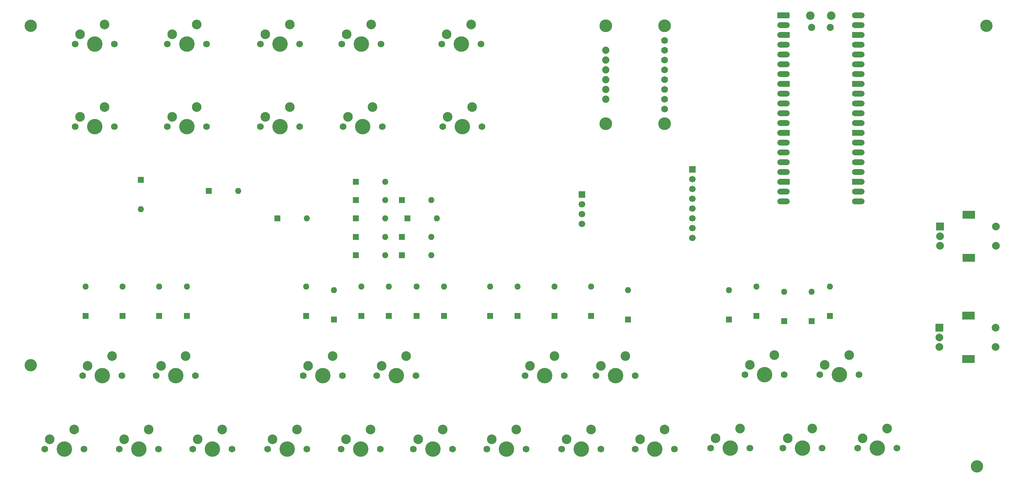
<source format=gbr>
%TF.GenerationSoftware,KiCad,Pcbnew,9.0.5*%
%TF.CreationDate,2025-10-11T12:45:19-04:00*%
%TF.ProjectId,midikeyboard,6d696469-6b65-4796-926f-6172642e6b69,rev?*%
%TF.SameCoordinates,Original*%
%TF.FileFunction,Soldermask,Top*%
%TF.FilePolarity,Negative*%
%FSLAX46Y46*%
G04 Gerber Fmt 4.6, Leading zero omitted, Abs format (unit mm)*
G04 Created by KiCad (PCBNEW 9.0.5) date 2025-10-11 12:45:19*
%MOMM*%
%LPD*%
G01*
G04 APERTURE LIST*
G04 Aperture macros list*
%AMRoundRect*
0 Rectangle with rounded corners*
0 $1 Rounding radius*
0 $2 $3 $4 $5 $6 $7 $8 $9 X,Y pos of 4 corners*
0 Add a 4 corners polygon primitive as box body*
4,1,4,$2,$3,$4,$5,$6,$7,$8,$9,$2,$3,0*
0 Add four circle primitives for the rounded corners*
1,1,$1+$1,$2,$3*
1,1,$1+$1,$4,$5*
1,1,$1+$1,$6,$7*
1,1,$1+$1,$8,$9*
0 Add four rect primitives between the rounded corners*
20,1,$1+$1,$2,$3,$4,$5,0*
20,1,$1+$1,$4,$5,$6,$7,0*
20,1,$1+$1,$6,$7,$8,$9,0*
20,1,$1+$1,$8,$9,$2,$3,0*%
%AMFreePoly0*
4,1,37,0.800000,0.796148,0.878414,0.796148,1.032228,0.765552,1.177117,0.705537,1.307515,0.618408,1.418408,0.507515,1.505537,0.377117,1.565552,0.232228,1.596148,0.078414,1.596148,-0.078414,1.565552,-0.232228,1.505537,-0.377117,1.418408,-0.507515,1.307515,-0.618408,1.177117,-0.705537,1.032228,-0.765552,0.878414,-0.796148,0.800000,-0.796148,0.800000,-0.800000,-1.400000,-0.800000,
-1.403843,-0.796157,-1.439018,-0.796157,-1.511114,-0.766294,-1.566294,-0.711114,-1.596157,-0.639018,-1.596157,-0.603843,-1.600000,-0.600000,-1.600000,0.600000,-1.596157,0.603843,-1.596157,0.639018,-1.566294,0.711114,-1.511114,0.766294,-1.439018,0.796157,-1.403843,0.796157,-1.400000,0.800000,0.800000,0.800000,0.800000,0.796148,0.800000,0.796148,$1*%
%AMFreePoly1*
4,1,37,1.403843,0.796157,1.439018,0.796157,1.511114,0.766294,1.566294,0.711114,1.596157,0.639018,1.596157,0.603843,1.600000,0.600000,1.600000,-0.600000,1.596157,-0.603843,1.596157,-0.639018,1.566294,-0.711114,1.511114,-0.766294,1.439018,-0.796157,1.403843,-0.796157,1.400000,-0.800000,-0.800000,-0.800000,-0.800000,-0.796148,-0.878414,-0.796148,-1.032228,-0.765552,-1.177117,-0.705537,
-1.307515,-0.618408,-1.418408,-0.507515,-1.505537,-0.377117,-1.565552,-0.232228,-1.596148,-0.078414,-1.596148,0.078414,-1.565552,0.232228,-1.505537,0.377117,-1.418408,0.507515,-1.307515,0.618408,-1.177117,0.705537,-1.032228,0.765552,-0.878414,0.796148,-0.800000,0.796148,-0.800000,0.800000,1.400000,0.800000,1.403843,0.796157,1.403843,0.796157,$1*%
%AMFreePoly2*
4,1,37,0.603843,0.796157,0.639018,0.796157,0.711114,0.766294,0.766294,0.711114,0.796157,0.639018,0.796157,0.603843,0.800000,0.600000,0.800000,-0.600000,0.796157,-0.603843,0.796157,-0.639018,0.766294,-0.711114,0.711114,-0.766294,0.639018,-0.796157,0.603843,-0.796157,0.600000,-0.800000,0.000000,-0.800000,0.000000,-0.796148,-0.078414,-0.796148,-0.232228,-0.765552,-0.377117,-0.705537,
-0.507515,-0.618408,-0.618408,-0.507515,-0.705537,-0.377117,-0.765552,-0.232228,-0.796148,-0.078414,-0.796148,0.078414,-0.765552,0.232228,-0.705537,0.377117,-0.618408,0.507515,-0.507515,0.618408,-0.377117,0.705537,-0.232228,0.765552,-0.078414,0.796148,0.000000,0.796148,0.000000,0.800000,0.600000,0.800000,0.603843,0.796157,0.603843,0.796157,$1*%
%AMFreePoly3*
4,1,37,0.000000,0.796148,0.078414,0.796148,0.232228,0.765552,0.377117,0.705537,0.507515,0.618408,0.618408,0.507515,0.705537,0.377117,0.765552,0.232228,0.796148,0.078414,0.796148,-0.078414,0.765552,-0.232228,0.705537,-0.377117,0.618408,-0.507515,0.507515,-0.618408,0.377117,-0.705537,0.232228,-0.765552,0.078414,-0.796148,0.000000,-0.796148,0.000000,-0.800000,-0.600000,-0.800000,
-0.603843,-0.796157,-0.639018,-0.796157,-0.711114,-0.766294,-0.766294,-0.711114,-0.796157,-0.639018,-0.796157,-0.603843,-0.800000,-0.600000,-0.800000,0.600000,-0.796157,0.603843,-0.796157,0.639018,-0.766294,0.711114,-0.711114,0.766294,-0.639018,0.796157,-0.603843,0.796157,-0.600000,0.800000,0.000000,0.800000,0.000000,0.796148,0.000000,0.796148,$1*%
G04 Aperture macros list end*
%ADD10C,1.750000*%
%ADD11C,4.000000*%
%ADD12C,2.500000*%
%ADD13R,1.600000X1.600000*%
%ADD14O,1.600000X1.600000*%
%ADD15C,3.200000*%
%ADD16R,2.000000X2.000000*%
%ADD17C,2.000000*%
%ADD18R,3.200000X2.000000*%
%ADD19C,1.778000*%
%ADD20C,1.879600*%
%ADD21C,3.301600*%
%ADD22R,1.700000X1.700000*%
%ADD23C,1.700000*%
%ADD24C,2.200000*%
%ADD25C,1.850000*%
%ADD26FreePoly0,0.000000*%
%ADD27RoundRect,0.200000X-0.600000X-0.600000X0.600000X-0.600000X0.600000X0.600000X-0.600000X0.600000X0*%
%ADD28RoundRect,0.800000X-0.800000X-0.000010X0.800000X-0.000010X0.800000X0.000010X-0.800000X0.000010X0*%
%ADD29C,1.600000*%
%ADD30FreePoly1,0.000000*%
%ADD31FreePoly2,0.000000*%
%ADD32FreePoly3,0.000000*%
G04 APERTURE END LIST*
D10*
%TO.C,S19*%
X204152500Y-133350000D03*
D11*
X209232500Y-133350000D03*
D10*
X214312500Y-133350000D03*
D12*
X205422500Y-130810000D03*
X211772500Y-128270000D03*
%TD*%
D13*
%TO.C,D29*%
X103346250Y-83343750D03*
D14*
X110966250Y-83343750D03*
%TD*%
D10*
%TO.C,S20*%
X223520000Y-133350000D03*
D11*
X228600000Y-133350000D03*
D10*
X233680000Y-133350000D03*
D12*
X224790000Y-130810000D03*
X231140000Y-128270000D03*
%TD*%
D13*
%TO.C,D9*%
X104775000Y-118110000D03*
D14*
X104775000Y-110490000D03*
%TD*%
D15*
%TO.C,H3*%
X19050000Y-130968750D03*
%TD*%
D10*
%TO.C,S15*%
X165576250Y-133667500D03*
D11*
X170656250Y-133667500D03*
D10*
X175736250Y-133667500D03*
D12*
X166846250Y-131127500D03*
X173196250Y-128587500D03*
%TD*%
D10*
%TO.C,S27*%
X54451250Y-69056250D03*
D11*
X59531250Y-69056250D03*
D10*
X64611250Y-69056250D03*
D12*
X55721250Y-66516250D03*
X62071250Y-63976250D03*
%TD*%
D10*
%TO.C,S21*%
X30638750Y-47625000D03*
D11*
X35718750Y-47625000D03*
D10*
X40798750Y-47625000D03*
D12*
X31908750Y-45085000D03*
X38258750Y-42545000D03*
%TD*%
D13*
%TO.C,D8*%
X119062500Y-118110000D03*
D14*
X119062500Y-110490000D03*
%TD*%
D16*
%TO.C,SW2*%
X254581250Y-121206250D03*
D17*
X254581250Y-126206250D03*
X254581250Y-123706250D03*
D18*
X262081250Y-118106250D03*
X262081250Y-129306250D03*
D17*
X269081250Y-126206250D03*
X269081250Y-121206250D03*
%TD*%
D10*
%TO.C,S1*%
X22701250Y-152717500D03*
D11*
X27781250Y-152717500D03*
D10*
X32861250Y-152717500D03*
D12*
X23971250Y-150177500D03*
X30321250Y-147637500D03*
%TD*%
D13*
%TO.C,D28*%
X115252500Y-88106250D03*
D14*
X122872500Y-88106250D03*
%TD*%
D19*
%TO.C,U1*%
X183356250Y-64452500D03*
X183356250Y-61912500D03*
X183356250Y-59372500D03*
X183356250Y-56832500D03*
X183356250Y-54292500D03*
X183356250Y-51752500D03*
X183356250Y-49212500D03*
X183356250Y-46672500D03*
D20*
X168116250Y-61912500D03*
X168116250Y-59372500D03*
X168116250Y-56832500D03*
X168116250Y-54292500D03*
X168116250Y-51752500D03*
X168116250Y-49212500D03*
D21*
X168116250Y-68262500D03*
X183356250Y-68262500D03*
X168116250Y-42862500D03*
X183356250Y-42862500D03*
%TD*%
D10*
%TO.C,S6*%
X80486250Y-152717500D03*
D11*
X85566250Y-152717500D03*
D10*
X90646250Y-152717500D03*
D12*
X81756250Y-150177500D03*
X88106250Y-147637500D03*
%TD*%
D10*
%TO.C,S29*%
X100012500Y-69056250D03*
D11*
X105092500Y-69056250D03*
D10*
X110172500Y-69056250D03*
D12*
X101282500Y-66516250D03*
X107632500Y-63976250D03*
%TD*%
D22*
%TO.C,J1*%
X190500000Y-80168750D03*
D23*
X190500000Y-82708750D03*
X190500000Y-85248750D03*
X190500000Y-87788750D03*
X190500000Y-90328750D03*
X190500000Y-92868750D03*
X190500000Y-95408750D03*
X190500000Y-97948750D03*
%TD*%
D13*
%TO.C,D18*%
X214312500Y-119538750D03*
D14*
X214312500Y-111918750D03*
%TD*%
D10*
%TO.C,S11*%
X137318750Y-152717500D03*
D11*
X142398750Y-152717500D03*
D10*
X147478750Y-152717500D03*
D12*
X138588750Y-150177500D03*
X144938750Y-147637500D03*
%TD*%
D13*
%TO.C,D10*%
X111918750Y-118110000D03*
D14*
X111918750Y-110490000D03*
%TD*%
D10*
%TO.C,S13*%
X175736250Y-152717500D03*
D11*
X180816250Y-152717500D03*
D10*
X185896250Y-152717500D03*
D12*
X177006250Y-150177500D03*
X183356250Y-147637500D03*
%TD*%
D13*
%TO.C,D32*%
X83026250Y-92868750D03*
D14*
X90646250Y-92868750D03*
%TD*%
D16*
%TO.C,SW1*%
X254687500Y-94975063D03*
D17*
X254687500Y-99975063D03*
X254687500Y-97475063D03*
D18*
X262187500Y-91875063D03*
X262187500Y-103075063D03*
D17*
X269187500Y-99975063D03*
X269187500Y-94975063D03*
%TD*%
D15*
%TO.C,H1*%
X19050000Y-42862500D03*
%TD*%
D13*
%TO.C,D1*%
X33337500Y-118110000D03*
D14*
X33337500Y-110490000D03*
%TD*%
D13*
%TO.C,D25*%
X115252500Y-102393750D03*
D14*
X122872500Y-102393750D03*
%TD*%
D13*
%TO.C,D13*%
X164306250Y-118110000D03*
D14*
X164306250Y-110490000D03*
%TD*%
D10*
%TO.C,S30*%
X125888750Y-69056250D03*
D11*
X130968750Y-69056250D03*
D10*
X136048750Y-69056250D03*
D12*
X127158750Y-66516250D03*
X133508750Y-63976250D03*
%TD*%
D10*
%TO.C,S16*%
X195262500Y-152400000D03*
D11*
X200342500Y-152400000D03*
D10*
X205422500Y-152400000D03*
D12*
X196532500Y-149860000D03*
X202882500Y-147320000D03*
%TD*%
D13*
%TO.C,D23*%
X103346250Y-97631250D03*
D14*
X110966250Y-97631250D03*
%TD*%
D10*
%TO.C,S22*%
X54451250Y-47625000D03*
D11*
X59531250Y-47625000D03*
D10*
X64611250Y-47625000D03*
D12*
X55721250Y-45085000D03*
X62071250Y-42545000D03*
%TD*%
D10*
%TO.C,S26*%
X30638750Y-69056250D03*
D11*
X35718750Y-69056250D03*
D10*
X40798750Y-69056250D03*
D12*
X31908750Y-66516250D03*
X38258750Y-63976250D03*
%TD*%
D13*
%TO.C,D4*%
X42862500Y-118110000D03*
D14*
X42862500Y-110490000D03*
%TD*%
D10*
%TO.C,S8*%
X118268750Y-152717500D03*
D11*
X123348750Y-152717500D03*
D10*
X128428750Y-152717500D03*
D12*
X119538750Y-150177500D03*
X125888750Y-147637500D03*
%TD*%
D13*
%TO.C,D7*%
X126206250Y-118110000D03*
D14*
X126206250Y-110490000D03*
%TD*%
D13*
%TO.C,D6*%
X97631250Y-119062500D03*
D14*
X97631250Y-111442500D03*
%TD*%
D13*
%TO.C,D2*%
X59531250Y-118110000D03*
D14*
X59531250Y-110490000D03*
%TD*%
D13*
%TO.C,D20*%
X226218750Y-118110000D03*
D14*
X226218750Y-110490000D03*
%TD*%
D22*
%TO.C,J2*%
X161925000Y-86677500D03*
D23*
X161925000Y-89217500D03*
X161925000Y-91757500D03*
X161925000Y-94297500D03*
%TD*%
D13*
%TO.C,D12*%
X154781250Y-118110000D03*
D14*
X154781250Y-110490000D03*
%TD*%
D10*
%TO.C,S18*%
X233362500Y-152400000D03*
D11*
X238442500Y-152400000D03*
D10*
X243522500Y-152400000D03*
D12*
X234632500Y-149860000D03*
X240982500Y-147320000D03*
%TD*%
D13*
%TO.C,D26*%
X115252500Y-97631250D03*
D14*
X122872500Y-97631250D03*
%TD*%
D10*
%TO.C,S17*%
X213995000Y-152400000D03*
D11*
X219075000Y-152400000D03*
D10*
X224155000Y-152400000D03*
D12*
X215265000Y-149860000D03*
X221615000Y-147320000D03*
%TD*%
D13*
%TO.C,D19*%
X221456250Y-119538750D03*
D14*
X221456250Y-111918750D03*
%TD*%
D10*
%TO.C,S12*%
X156686250Y-152717500D03*
D11*
X161766250Y-152717500D03*
D10*
X166846250Y-152717500D03*
D12*
X157956250Y-150177500D03*
X164306250Y-147637500D03*
%TD*%
D13*
%TO.C,D31*%
X65246250Y-85725000D03*
D14*
X72866250Y-85725000D03*
%TD*%
D10*
%TO.C,S24*%
X99695000Y-47625000D03*
D11*
X104775000Y-47625000D03*
D10*
X109855000Y-47625000D03*
D12*
X100965000Y-45085000D03*
X107315000Y-42545000D03*
%TD*%
D15*
%TO.C,H4*%
X264318750Y-157162500D03*
%TD*%
D13*
%TO.C,D21*%
X103346250Y-88106250D03*
D14*
X110966250Y-88106250D03*
%TD*%
D13*
%TO.C,D14*%
X138112500Y-118110000D03*
D14*
X138112500Y-110490000D03*
%TD*%
D10*
%TO.C,S5*%
X51593750Y-133667500D03*
D11*
X56673750Y-133667500D03*
D10*
X61753750Y-133667500D03*
D12*
X52863750Y-131127500D03*
X59213750Y-128587500D03*
%TD*%
D13*
%TO.C,D22*%
X103346250Y-92868750D03*
D14*
X110966250Y-92868750D03*
%TD*%
D10*
%TO.C,S25*%
X125571250Y-47625000D03*
D11*
X130651250Y-47625000D03*
D10*
X135731250Y-47625000D03*
D12*
X126841250Y-45085000D03*
X133191250Y-42545000D03*
%TD*%
D10*
%TO.C,S4*%
X32543750Y-133667500D03*
D11*
X37623750Y-133667500D03*
D10*
X42703750Y-133667500D03*
D12*
X33813750Y-131127500D03*
X40163750Y-128587500D03*
%TD*%
D10*
%TO.C,S7*%
X99536250Y-152717500D03*
D11*
X104616250Y-152717500D03*
D10*
X109696250Y-152717500D03*
D12*
X100806250Y-150177500D03*
X107156250Y-147637500D03*
%TD*%
D15*
%TO.C,H2*%
X266700000Y-42862500D03*
%TD*%
D13*
%TO.C,D3*%
X52387500Y-118110000D03*
D14*
X52387500Y-110490000D03*
%TD*%
D13*
%TO.C,D17*%
X207168750Y-118110000D03*
D14*
X207168750Y-110490000D03*
%TD*%
D13*
%TO.C,D24*%
X103346250Y-102393750D03*
D14*
X110966250Y-102393750D03*
%TD*%
D10*
%TO.C,S23*%
X78581250Y-47625000D03*
D11*
X83661250Y-47625000D03*
D10*
X88741250Y-47625000D03*
D12*
X79851250Y-45085000D03*
X86201250Y-42545000D03*
%TD*%
D13*
%TO.C,D27*%
X116681250Y-92868750D03*
D14*
X124301250Y-92868750D03*
%TD*%
D10*
%TO.C,S10*%
X108743750Y-133667500D03*
D11*
X113823750Y-133667500D03*
D10*
X118903750Y-133667500D03*
D12*
X110013750Y-131127500D03*
X116363750Y-128587500D03*
%TD*%
D13*
%TO.C,D11*%
X145256250Y-118110000D03*
D14*
X145256250Y-110490000D03*
%TD*%
D13*
%TO.C,D15*%
X173831250Y-119062500D03*
D14*
X173831250Y-111442500D03*
%TD*%
D10*
%TO.C,S14*%
X147161250Y-133667500D03*
D11*
X152241250Y-133667500D03*
D10*
X157321250Y-133667500D03*
D12*
X148431250Y-131127500D03*
X154781250Y-128587500D03*
%TD*%
D13*
%TO.C,D5*%
X90487500Y-118110000D03*
D14*
X90487500Y-110490000D03*
%TD*%
D10*
%TO.C,S9*%
X89693750Y-133667500D03*
D11*
X94773750Y-133667500D03*
D10*
X99853750Y-133667500D03*
D12*
X90963750Y-131127500D03*
X97313750Y-128587500D03*
%TD*%
D10*
%TO.C,S3*%
X61118750Y-152717500D03*
D11*
X66198750Y-152717500D03*
D10*
X71278750Y-152717500D03*
D12*
X62388750Y-150177500D03*
X68738750Y-147637500D03*
%TD*%
D10*
%TO.C,S2*%
X42068750Y-152717500D03*
D11*
X47148750Y-152717500D03*
D10*
X52228750Y-152717500D03*
D12*
X43338750Y-150177500D03*
X49688750Y-147637500D03*
%TD*%
D24*
%TO.C,A1*%
X221112500Y-40293750D03*
D25*
X221412500Y-43323750D03*
X226262500Y-43323750D03*
D24*
X226562500Y-40293750D03*
D26*
X214147500Y-40163750D03*
D27*
X214947500Y-40163750D03*
D28*
X214147500Y-42703750D03*
D29*
X214947500Y-42703750D03*
D30*
X214147500Y-45243750D03*
D31*
X214947500Y-45243750D03*
D28*
X214147500Y-47783750D03*
D29*
X214947500Y-47783750D03*
D28*
X214147500Y-50323750D03*
D29*
X214947500Y-50323750D03*
D28*
X214147500Y-52863750D03*
D29*
X214947500Y-52863750D03*
D28*
X214147500Y-55403750D03*
D29*
X214947500Y-55403750D03*
D30*
X214147500Y-57943750D03*
D31*
X214947500Y-57943750D03*
D28*
X214147500Y-60483750D03*
D29*
X214947500Y-60483750D03*
D28*
X214147500Y-63023750D03*
D29*
X214947500Y-63023750D03*
D28*
X214147500Y-65563750D03*
D29*
X214947500Y-65563750D03*
D28*
X214147500Y-68103750D03*
D29*
X214947500Y-68103750D03*
D30*
X214147500Y-70643750D03*
D31*
X214947500Y-70643750D03*
D28*
X214147500Y-73183750D03*
D29*
X214947500Y-73183750D03*
D28*
X214147500Y-75723750D03*
D29*
X214947500Y-75723750D03*
D28*
X214147500Y-78263750D03*
D29*
X214947500Y-78263750D03*
D28*
X214147500Y-80803750D03*
D29*
X214947500Y-80803750D03*
D30*
X214147500Y-83343750D03*
D31*
X214947500Y-83343750D03*
D28*
X214147500Y-85883750D03*
D29*
X214947500Y-85883750D03*
D28*
X214147500Y-88423750D03*
D29*
X214947500Y-88423750D03*
X232727500Y-88423750D03*
D28*
X233527500Y-88423750D03*
D29*
X232727500Y-85883750D03*
D28*
X233527500Y-85883750D03*
D32*
X232727500Y-83343750D03*
D26*
X233527500Y-83343750D03*
D29*
X232727500Y-80803750D03*
D28*
X233527500Y-80803750D03*
D29*
X232727500Y-78263750D03*
D28*
X233527500Y-78263750D03*
D29*
X232727500Y-75723750D03*
D28*
X233527500Y-75723750D03*
D29*
X232727500Y-73183750D03*
D28*
X233527500Y-73183750D03*
D32*
X232727500Y-70643750D03*
D26*
X233527500Y-70643750D03*
D29*
X232727500Y-68103750D03*
D28*
X233527500Y-68103750D03*
D29*
X232727500Y-65563750D03*
D28*
X233527500Y-65563750D03*
D29*
X232727500Y-63023750D03*
D28*
X233527500Y-63023750D03*
D29*
X232727500Y-60483750D03*
D28*
X233527500Y-60483750D03*
D32*
X232727500Y-57943750D03*
D26*
X233527500Y-57943750D03*
D29*
X232727500Y-55403750D03*
D28*
X233527500Y-55403750D03*
D29*
X232727500Y-52863750D03*
D28*
X233527500Y-52863750D03*
D29*
X232727500Y-50323750D03*
D28*
X233527500Y-50323750D03*
D29*
X232727500Y-47783750D03*
D28*
X233527500Y-47783750D03*
D32*
X232727500Y-45243750D03*
D26*
X233527500Y-45243750D03*
D29*
X232727500Y-42703750D03*
D28*
X233527500Y-42703750D03*
D29*
X232727500Y-40163750D03*
D28*
X233527500Y-40163750D03*
%TD*%
D10*
%TO.C,S28*%
X78581250Y-69056250D03*
D11*
X83661250Y-69056250D03*
D10*
X88741250Y-69056250D03*
D12*
X79851250Y-66516250D03*
X86201250Y-63976250D03*
%TD*%
D13*
%TO.C,D30*%
X47625000Y-82867500D03*
D14*
X47625000Y-90487500D03*
%TD*%
D13*
%TO.C,D16*%
X200025000Y-119062500D03*
D14*
X200025000Y-111442500D03*
%TD*%
M02*

</source>
